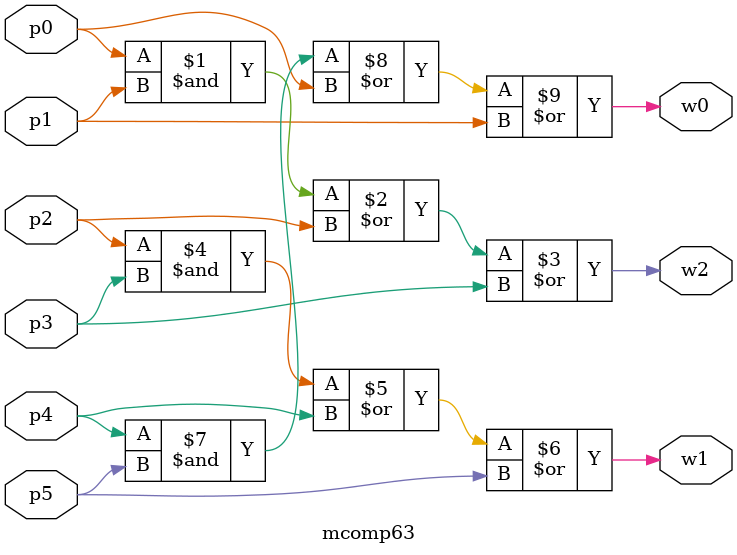
<source format=v>
module mcomp63(p0,p1,p2,p3,p4,p5,w2,w1,w0);
input p0,p1,p2,p3,p4,p5;
output wire w2,w1,w0;

assign w2 = (p0&p1)|p2|p3;
assign w1 = (p2&p3)|p4|p5;
assign w0 = (p4&p5)|p0|p1;
endmodule

</source>
